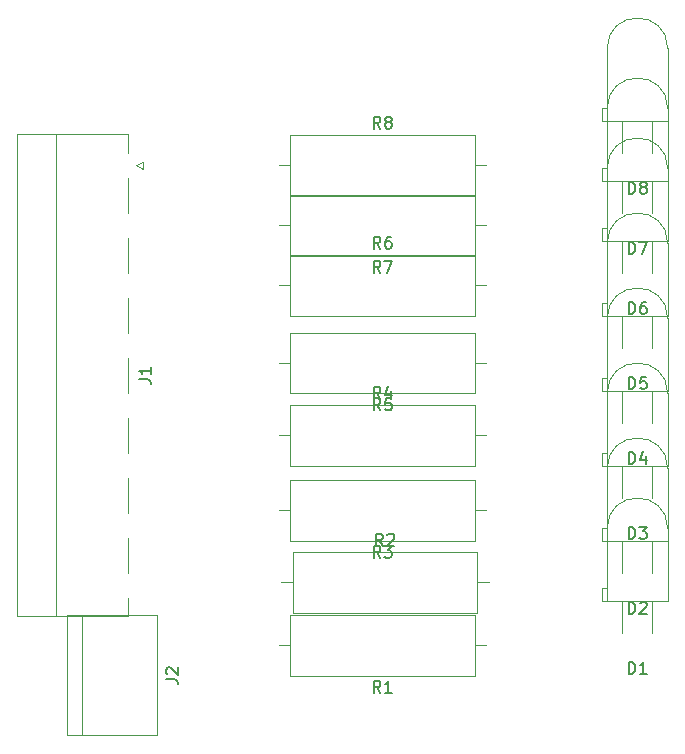
<source format=gto>
G04 #@! TF.GenerationSoftware,KiCad,Pcbnew,(5.1.2)-2*
G04 #@! TF.CreationDate,2019-08-22T14:59:00+07:00*
G04 #@! TF.ProjectId,led_testing,6c65645f-7465-4737-9469-6e672e6b6963,rev?*
G04 #@! TF.SameCoordinates,Original*
G04 #@! TF.FileFunction,Legend,Top*
G04 #@! TF.FilePolarity,Positive*
%FSLAX46Y46*%
G04 Gerber Fmt 4.6, Leading zero omitted, Abs format (unit mm)*
G04 Created by KiCad (PCBNEW (5.1.2)-2) date 2019-08-22 14:59:00*
%MOMM*%
%LPD*%
G04 APERTURE LIST*
%ADD10C,0.120000*%
%ADD11C,0.150000*%
G04 APERTURE END LIST*
D10*
X93980000Y-176720000D02*
X93980000Y-176720000D01*
X93980000Y-174050000D02*
X93980000Y-176720000D01*
X93980000Y-174050000D02*
X93980000Y-174050000D01*
X93980000Y-176720000D02*
X93980000Y-174050000D01*
X96520000Y-176720000D02*
X96520000Y-176720000D01*
X96520000Y-174050000D02*
X96520000Y-176720000D01*
X96520000Y-174050000D02*
X96520000Y-174050000D01*
X96520000Y-176720000D02*
X96520000Y-174050000D01*
X92690000Y-174050000D02*
X92290000Y-174050000D01*
X92690000Y-172930000D02*
X92690000Y-174050000D01*
X92290000Y-172930000D02*
X92690000Y-172930000D01*
X92290000Y-174050000D02*
X92290000Y-172930000D01*
X97810000Y-174050000D02*
X92690000Y-174050000D01*
X92690000Y-174050000D02*
X92690000Y-167890000D01*
X97810000Y-174050000D02*
X97810000Y-167890000D01*
X92690000Y-167890000D02*
G75*
G02X97810000Y-167890000I2560000J0D01*
G01*
X92690000Y-162810000D02*
G75*
G02X97810000Y-162810000I2560000J0D01*
G01*
X97810000Y-168970000D02*
X97810000Y-162810000D01*
X92690000Y-168970000D02*
X92690000Y-162810000D01*
X97810000Y-168970000D02*
X92690000Y-168970000D01*
X92290000Y-168970000D02*
X92290000Y-167850000D01*
X92290000Y-167850000D02*
X92690000Y-167850000D01*
X92690000Y-167850000D02*
X92690000Y-168970000D01*
X92690000Y-168970000D02*
X92290000Y-168970000D01*
X96520000Y-171640000D02*
X96520000Y-168970000D01*
X96520000Y-168970000D02*
X96520000Y-168970000D01*
X96520000Y-168970000D02*
X96520000Y-171640000D01*
X96520000Y-171640000D02*
X96520000Y-171640000D01*
X93980000Y-171640000D02*
X93980000Y-168970000D01*
X93980000Y-168970000D02*
X93980000Y-168970000D01*
X93980000Y-168970000D02*
X93980000Y-171640000D01*
X93980000Y-171640000D02*
X93980000Y-171640000D01*
X93980000Y-165290000D02*
X93980000Y-165290000D01*
X93980000Y-162620000D02*
X93980000Y-165290000D01*
X93980000Y-162620000D02*
X93980000Y-162620000D01*
X93980000Y-165290000D02*
X93980000Y-162620000D01*
X96520000Y-165290000D02*
X96520000Y-165290000D01*
X96520000Y-162620000D02*
X96520000Y-165290000D01*
X96520000Y-162620000D02*
X96520000Y-162620000D01*
X96520000Y-165290000D02*
X96520000Y-162620000D01*
X92690000Y-162620000D02*
X92290000Y-162620000D01*
X92690000Y-161500000D02*
X92690000Y-162620000D01*
X92290000Y-161500000D02*
X92690000Y-161500000D01*
X92290000Y-162620000D02*
X92290000Y-161500000D01*
X97810000Y-162620000D02*
X92690000Y-162620000D01*
X92690000Y-162620000D02*
X92690000Y-156460000D01*
X97810000Y-162620000D02*
X97810000Y-156460000D01*
X92690000Y-156460000D02*
G75*
G02X97810000Y-156460000I2560000J0D01*
G01*
X92690000Y-150110000D02*
G75*
G02X97810000Y-150110000I2560000J0D01*
G01*
X97810000Y-156270000D02*
X97810000Y-150110000D01*
X92690000Y-156270000D02*
X92690000Y-150110000D01*
X97810000Y-156270000D02*
X92690000Y-156270000D01*
X92290000Y-156270000D02*
X92290000Y-155150000D01*
X92290000Y-155150000D02*
X92690000Y-155150000D01*
X92690000Y-155150000D02*
X92690000Y-156270000D01*
X92690000Y-156270000D02*
X92290000Y-156270000D01*
X96520000Y-158940000D02*
X96520000Y-156270000D01*
X96520000Y-156270000D02*
X96520000Y-156270000D01*
X96520000Y-156270000D02*
X96520000Y-158940000D01*
X96520000Y-158940000D02*
X96520000Y-158940000D01*
X93980000Y-158940000D02*
X93980000Y-156270000D01*
X93980000Y-156270000D02*
X93980000Y-156270000D01*
X93980000Y-156270000D02*
X93980000Y-158940000D01*
X93980000Y-158940000D02*
X93980000Y-158940000D01*
X93980000Y-152590000D02*
X93980000Y-152590000D01*
X93980000Y-149920000D02*
X93980000Y-152590000D01*
X93980000Y-149920000D02*
X93980000Y-149920000D01*
X93980000Y-152590000D02*
X93980000Y-149920000D01*
X96520000Y-152590000D02*
X96520000Y-152590000D01*
X96520000Y-149920000D02*
X96520000Y-152590000D01*
X96520000Y-149920000D02*
X96520000Y-149920000D01*
X96520000Y-152590000D02*
X96520000Y-149920000D01*
X92690000Y-149920000D02*
X92290000Y-149920000D01*
X92690000Y-148800000D02*
X92690000Y-149920000D01*
X92290000Y-148800000D02*
X92690000Y-148800000D01*
X92290000Y-149920000D02*
X92290000Y-148800000D01*
X97810000Y-149920000D02*
X92690000Y-149920000D01*
X92690000Y-149920000D02*
X92690000Y-143760000D01*
X97810000Y-149920000D02*
X97810000Y-143760000D01*
X92690000Y-143760000D02*
G75*
G02X97810000Y-143760000I2560000J0D01*
G01*
X92690000Y-137410000D02*
G75*
G02X97810000Y-137410000I2560000J0D01*
G01*
X97810000Y-143570000D02*
X97810000Y-137410000D01*
X92690000Y-143570000D02*
X92690000Y-137410000D01*
X97810000Y-143570000D02*
X92690000Y-143570000D01*
X92290000Y-143570000D02*
X92290000Y-142450000D01*
X92290000Y-142450000D02*
X92690000Y-142450000D01*
X92690000Y-142450000D02*
X92690000Y-143570000D01*
X92690000Y-143570000D02*
X92290000Y-143570000D01*
X96520000Y-146240000D02*
X96520000Y-143570000D01*
X96520000Y-143570000D02*
X96520000Y-143570000D01*
X96520000Y-143570000D02*
X96520000Y-146240000D01*
X96520000Y-146240000D02*
X96520000Y-146240000D01*
X93980000Y-146240000D02*
X93980000Y-143570000D01*
X93980000Y-143570000D02*
X93980000Y-143570000D01*
X93980000Y-143570000D02*
X93980000Y-146240000D01*
X93980000Y-146240000D02*
X93980000Y-146240000D01*
X93980000Y-141160000D02*
X93980000Y-141160000D01*
X93980000Y-138490000D02*
X93980000Y-141160000D01*
X93980000Y-138490000D02*
X93980000Y-138490000D01*
X93980000Y-141160000D02*
X93980000Y-138490000D01*
X96520000Y-141160000D02*
X96520000Y-141160000D01*
X96520000Y-138490000D02*
X96520000Y-141160000D01*
X96520000Y-138490000D02*
X96520000Y-138490000D01*
X96520000Y-141160000D02*
X96520000Y-138490000D01*
X92690000Y-138490000D02*
X92290000Y-138490000D01*
X92690000Y-137370000D02*
X92690000Y-138490000D01*
X92290000Y-137370000D02*
X92690000Y-137370000D01*
X92290000Y-138490000D02*
X92290000Y-137370000D01*
X97810000Y-138490000D02*
X92690000Y-138490000D01*
X92690000Y-138490000D02*
X92690000Y-132330000D01*
X97810000Y-138490000D02*
X97810000Y-132330000D01*
X92690000Y-132330000D02*
G75*
G02X97810000Y-132330000I2560000J0D01*
G01*
X92690000Y-127250000D02*
G75*
G02X97810000Y-127250000I2560000J0D01*
G01*
X97810000Y-133410000D02*
X97810000Y-127250000D01*
X92690000Y-133410000D02*
X92690000Y-127250000D01*
X97810000Y-133410000D02*
X92690000Y-133410000D01*
X92290000Y-133410000D02*
X92290000Y-132290000D01*
X92290000Y-132290000D02*
X92690000Y-132290000D01*
X92690000Y-132290000D02*
X92690000Y-133410000D01*
X92690000Y-133410000D02*
X92290000Y-133410000D01*
X96520000Y-136080000D02*
X96520000Y-133410000D01*
X96520000Y-133410000D02*
X96520000Y-133410000D01*
X96520000Y-133410000D02*
X96520000Y-136080000D01*
X96520000Y-136080000D02*
X96520000Y-136080000D01*
X93980000Y-136080000D02*
X93980000Y-133410000D01*
X93980000Y-133410000D02*
X93980000Y-133410000D01*
X93980000Y-133410000D02*
X93980000Y-136080000D01*
X93980000Y-136080000D02*
X93980000Y-136080000D01*
X53400000Y-136860000D02*
X53400000Y-137460000D01*
X52800000Y-137160000D02*
X53400000Y-136860000D01*
X53400000Y-137460000D02*
X52800000Y-137160000D01*
X46000000Y-134540000D02*
X46000000Y-175340000D01*
X52080000Y-168690000D02*
X52080000Y-171670000D01*
X52080000Y-163610000D02*
X52080000Y-166590000D01*
X52080000Y-158530000D02*
X52080000Y-161510000D01*
X52080000Y-153450000D02*
X52080000Y-156430000D01*
X52080000Y-148370000D02*
X52080000Y-151350000D01*
X52080000Y-143290000D02*
X52080000Y-146270000D01*
X52080000Y-138210000D02*
X52080000Y-141190000D01*
X52080000Y-175340000D02*
X52080000Y-173770000D01*
X52080000Y-134540000D02*
X52080000Y-136110000D01*
X42720000Y-175340000D02*
X52080000Y-175340000D01*
X42720000Y-134540000D02*
X42720000Y-175340000D01*
X52080000Y-134540000D02*
X42720000Y-134540000D01*
X46990000Y-175260000D02*
X46990000Y-185420000D01*
X54610000Y-175260000D02*
X46990000Y-175260000D01*
X54610000Y-185420000D02*
X54610000Y-175260000D01*
X46990000Y-185420000D02*
X54610000Y-185420000D01*
X48260000Y-185420000D02*
X48260000Y-175260000D01*
X64880000Y-177800000D02*
X65850000Y-177800000D01*
X82440000Y-177800000D02*
X81470000Y-177800000D01*
X65850000Y-180360000D02*
X81470000Y-180360000D01*
X65850000Y-175240000D02*
X65850000Y-180360000D01*
X81470000Y-175240000D02*
X65850000Y-175240000D01*
X81470000Y-180360000D02*
X81470000Y-175240000D01*
X66055001Y-169905001D02*
X66055001Y-175025001D01*
X66055001Y-175025001D02*
X81675001Y-175025001D01*
X81675001Y-175025001D02*
X81675001Y-169905001D01*
X81675001Y-169905001D02*
X66055001Y-169905001D01*
X65085001Y-172465001D02*
X66055001Y-172465001D01*
X82645001Y-172465001D02*
X81675001Y-172465001D01*
X64880000Y-166370000D02*
X65850000Y-166370000D01*
X82440000Y-166370000D02*
X81470000Y-166370000D01*
X65850000Y-168930000D02*
X81470000Y-168930000D01*
X65850000Y-163810000D02*
X65850000Y-168930000D01*
X81470000Y-163810000D02*
X65850000Y-163810000D01*
X81470000Y-168930000D02*
X81470000Y-163810000D01*
X65850000Y-157460000D02*
X65850000Y-162580000D01*
X65850000Y-162580000D02*
X81470000Y-162580000D01*
X81470000Y-162580000D02*
X81470000Y-157460000D01*
X81470000Y-157460000D02*
X65850000Y-157460000D01*
X64880000Y-160020000D02*
X65850000Y-160020000D01*
X82440000Y-160020000D02*
X81470000Y-160020000D01*
X64880000Y-153885001D02*
X65850000Y-153885001D01*
X82440000Y-153885001D02*
X81470000Y-153885001D01*
X65850000Y-156445001D02*
X81470000Y-156445001D01*
X65850000Y-151325001D02*
X65850000Y-156445001D01*
X81470000Y-151325001D02*
X65850000Y-151325001D01*
X81470000Y-156445001D02*
X81470000Y-151325001D01*
X65850000Y-144760000D02*
X65850000Y-149880000D01*
X65850000Y-149880000D02*
X81470000Y-149880000D01*
X81470000Y-149880000D02*
X81470000Y-144760000D01*
X81470000Y-144760000D02*
X65850000Y-144760000D01*
X64880000Y-147320000D02*
X65850000Y-147320000D01*
X82440000Y-147320000D02*
X81470000Y-147320000D01*
X64880000Y-142240000D02*
X65850000Y-142240000D01*
X82440000Y-142240000D02*
X81470000Y-142240000D01*
X65850000Y-144800000D02*
X81470000Y-144800000D01*
X65850000Y-139680000D02*
X65850000Y-144800000D01*
X81470000Y-139680000D02*
X65850000Y-139680000D01*
X81470000Y-144800000D02*
X81470000Y-139680000D01*
X65850000Y-134600000D02*
X65850000Y-139720000D01*
X65850000Y-139720000D02*
X81470000Y-139720000D01*
X81470000Y-139720000D02*
X81470000Y-134600000D01*
X81470000Y-134600000D02*
X65850000Y-134600000D01*
X64880000Y-137160000D02*
X65850000Y-137160000D01*
X82440000Y-137160000D02*
X81470000Y-137160000D01*
D11*
X94511904Y-180212380D02*
X94511904Y-179212380D01*
X94750000Y-179212380D01*
X94892857Y-179260000D01*
X94988095Y-179355238D01*
X95035714Y-179450476D01*
X95083333Y-179640952D01*
X95083333Y-179783809D01*
X95035714Y-179974285D01*
X94988095Y-180069523D01*
X94892857Y-180164761D01*
X94750000Y-180212380D01*
X94511904Y-180212380D01*
X96035714Y-180212380D02*
X95464285Y-180212380D01*
X95750000Y-180212380D02*
X95750000Y-179212380D01*
X95654761Y-179355238D01*
X95559523Y-179450476D01*
X95464285Y-179498095D01*
X94511904Y-175132380D02*
X94511904Y-174132380D01*
X94750000Y-174132380D01*
X94892857Y-174180000D01*
X94988095Y-174275238D01*
X95035714Y-174370476D01*
X95083333Y-174560952D01*
X95083333Y-174703809D01*
X95035714Y-174894285D01*
X94988095Y-174989523D01*
X94892857Y-175084761D01*
X94750000Y-175132380D01*
X94511904Y-175132380D01*
X95464285Y-174227619D02*
X95511904Y-174180000D01*
X95607142Y-174132380D01*
X95845238Y-174132380D01*
X95940476Y-174180000D01*
X95988095Y-174227619D01*
X96035714Y-174322857D01*
X96035714Y-174418095D01*
X95988095Y-174560952D01*
X95416666Y-175132380D01*
X96035714Y-175132380D01*
X94511904Y-168782380D02*
X94511904Y-167782380D01*
X94750000Y-167782380D01*
X94892857Y-167830000D01*
X94988095Y-167925238D01*
X95035714Y-168020476D01*
X95083333Y-168210952D01*
X95083333Y-168353809D01*
X95035714Y-168544285D01*
X94988095Y-168639523D01*
X94892857Y-168734761D01*
X94750000Y-168782380D01*
X94511904Y-168782380D01*
X95416666Y-167782380D02*
X96035714Y-167782380D01*
X95702380Y-168163333D01*
X95845238Y-168163333D01*
X95940476Y-168210952D01*
X95988095Y-168258571D01*
X96035714Y-168353809D01*
X96035714Y-168591904D01*
X95988095Y-168687142D01*
X95940476Y-168734761D01*
X95845238Y-168782380D01*
X95559523Y-168782380D01*
X95464285Y-168734761D01*
X95416666Y-168687142D01*
X94511904Y-162432380D02*
X94511904Y-161432380D01*
X94750000Y-161432380D01*
X94892857Y-161480000D01*
X94988095Y-161575238D01*
X95035714Y-161670476D01*
X95083333Y-161860952D01*
X95083333Y-162003809D01*
X95035714Y-162194285D01*
X94988095Y-162289523D01*
X94892857Y-162384761D01*
X94750000Y-162432380D01*
X94511904Y-162432380D01*
X95940476Y-161765714D02*
X95940476Y-162432380D01*
X95702380Y-161384761D02*
X95464285Y-162099047D01*
X96083333Y-162099047D01*
X94511904Y-156082380D02*
X94511904Y-155082380D01*
X94750000Y-155082380D01*
X94892857Y-155130000D01*
X94988095Y-155225238D01*
X95035714Y-155320476D01*
X95083333Y-155510952D01*
X95083333Y-155653809D01*
X95035714Y-155844285D01*
X94988095Y-155939523D01*
X94892857Y-156034761D01*
X94750000Y-156082380D01*
X94511904Y-156082380D01*
X95988095Y-155082380D02*
X95511904Y-155082380D01*
X95464285Y-155558571D01*
X95511904Y-155510952D01*
X95607142Y-155463333D01*
X95845238Y-155463333D01*
X95940476Y-155510952D01*
X95988095Y-155558571D01*
X96035714Y-155653809D01*
X96035714Y-155891904D01*
X95988095Y-155987142D01*
X95940476Y-156034761D01*
X95845238Y-156082380D01*
X95607142Y-156082380D01*
X95511904Y-156034761D01*
X95464285Y-155987142D01*
X94511904Y-149732380D02*
X94511904Y-148732380D01*
X94750000Y-148732380D01*
X94892857Y-148780000D01*
X94988095Y-148875238D01*
X95035714Y-148970476D01*
X95083333Y-149160952D01*
X95083333Y-149303809D01*
X95035714Y-149494285D01*
X94988095Y-149589523D01*
X94892857Y-149684761D01*
X94750000Y-149732380D01*
X94511904Y-149732380D01*
X95940476Y-148732380D02*
X95750000Y-148732380D01*
X95654761Y-148780000D01*
X95607142Y-148827619D01*
X95511904Y-148970476D01*
X95464285Y-149160952D01*
X95464285Y-149541904D01*
X95511904Y-149637142D01*
X95559523Y-149684761D01*
X95654761Y-149732380D01*
X95845238Y-149732380D01*
X95940476Y-149684761D01*
X95988095Y-149637142D01*
X96035714Y-149541904D01*
X96035714Y-149303809D01*
X95988095Y-149208571D01*
X95940476Y-149160952D01*
X95845238Y-149113333D01*
X95654761Y-149113333D01*
X95559523Y-149160952D01*
X95511904Y-149208571D01*
X95464285Y-149303809D01*
X94511904Y-144652380D02*
X94511904Y-143652380D01*
X94750000Y-143652380D01*
X94892857Y-143700000D01*
X94988095Y-143795238D01*
X95035714Y-143890476D01*
X95083333Y-144080952D01*
X95083333Y-144223809D01*
X95035714Y-144414285D01*
X94988095Y-144509523D01*
X94892857Y-144604761D01*
X94750000Y-144652380D01*
X94511904Y-144652380D01*
X95416666Y-143652380D02*
X96083333Y-143652380D01*
X95654761Y-144652380D01*
X94511904Y-139572380D02*
X94511904Y-138572380D01*
X94750000Y-138572380D01*
X94892857Y-138620000D01*
X94988095Y-138715238D01*
X95035714Y-138810476D01*
X95083333Y-139000952D01*
X95083333Y-139143809D01*
X95035714Y-139334285D01*
X94988095Y-139429523D01*
X94892857Y-139524761D01*
X94750000Y-139572380D01*
X94511904Y-139572380D01*
X95654761Y-139000952D02*
X95559523Y-138953333D01*
X95511904Y-138905714D01*
X95464285Y-138810476D01*
X95464285Y-138762857D01*
X95511904Y-138667619D01*
X95559523Y-138620000D01*
X95654761Y-138572380D01*
X95845238Y-138572380D01*
X95940476Y-138620000D01*
X95988095Y-138667619D01*
X96035714Y-138762857D01*
X96035714Y-138810476D01*
X95988095Y-138905714D01*
X95940476Y-138953333D01*
X95845238Y-139000952D01*
X95654761Y-139000952D01*
X95559523Y-139048571D01*
X95511904Y-139096190D01*
X95464285Y-139191428D01*
X95464285Y-139381904D01*
X95511904Y-139477142D01*
X95559523Y-139524761D01*
X95654761Y-139572380D01*
X95845238Y-139572380D01*
X95940476Y-139524761D01*
X95988095Y-139477142D01*
X96035714Y-139381904D01*
X96035714Y-139191428D01*
X95988095Y-139096190D01*
X95940476Y-139048571D01*
X95845238Y-139000952D01*
X53052380Y-155273333D02*
X53766666Y-155273333D01*
X53909523Y-155320952D01*
X54004761Y-155416190D01*
X54052380Y-155559047D01*
X54052380Y-155654285D01*
X54052380Y-154273333D02*
X54052380Y-154844761D01*
X54052380Y-154559047D02*
X53052380Y-154559047D01*
X53195238Y-154654285D01*
X53290476Y-154749523D01*
X53338095Y-154844761D01*
X55332380Y-180673333D02*
X56046666Y-180673333D01*
X56189523Y-180720952D01*
X56284761Y-180816190D01*
X56332380Y-180959047D01*
X56332380Y-181054285D01*
X55427619Y-180244761D02*
X55380000Y-180197142D01*
X55332380Y-180101904D01*
X55332380Y-179863809D01*
X55380000Y-179768571D01*
X55427619Y-179720952D01*
X55522857Y-179673333D01*
X55618095Y-179673333D01*
X55760952Y-179720952D01*
X56332380Y-180292380D01*
X56332380Y-179673333D01*
X73493333Y-181812380D02*
X73160000Y-181336190D01*
X72921904Y-181812380D02*
X72921904Y-180812380D01*
X73302857Y-180812380D01*
X73398095Y-180860000D01*
X73445714Y-180907619D01*
X73493333Y-181002857D01*
X73493333Y-181145714D01*
X73445714Y-181240952D01*
X73398095Y-181288571D01*
X73302857Y-181336190D01*
X72921904Y-181336190D01*
X74445714Y-181812380D02*
X73874285Y-181812380D01*
X74160000Y-181812380D02*
X74160000Y-180812380D01*
X74064761Y-180955238D01*
X73969523Y-181050476D01*
X73874285Y-181098095D01*
X73698334Y-169357381D02*
X73365001Y-168881191D01*
X73126905Y-169357381D02*
X73126905Y-168357381D01*
X73507858Y-168357381D01*
X73603096Y-168405001D01*
X73650715Y-168452620D01*
X73698334Y-168547858D01*
X73698334Y-168690715D01*
X73650715Y-168785953D01*
X73603096Y-168833572D01*
X73507858Y-168881191D01*
X73126905Y-168881191D01*
X74079286Y-168452620D02*
X74126905Y-168405001D01*
X74222143Y-168357381D01*
X74460239Y-168357381D01*
X74555477Y-168405001D01*
X74603096Y-168452620D01*
X74650715Y-168547858D01*
X74650715Y-168643096D01*
X74603096Y-168785953D01*
X74031667Y-169357381D01*
X74650715Y-169357381D01*
X73493333Y-170382380D02*
X73160000Y-169906190D01*
X72921904Y-170382380D02*
X72921904Y-169382380D01*
X73302857Y-169382380D01*
X73398095Y-169430000D01*
X73445714Y-169477619D01*
X73493333Y-169572857D01*
X73493333Y-169715714D01*
X73445714Y-169810952D01*
X73398095Y-169858571D01*
X73302857Y-169906190D01*
X72921904Y-169906190D01*
X73826666Y-169382380D02*
X74445714Y-169382380D01*
X74112380Y-169763333D01*
X74255238Y-169763333D01*
X74350476Y-169810952D01*
X74398095Y-169858571D01*
X74445714Y-169953809D01*
X74445714Y-170191904D01*
X74398095Y-170287142D01*
X74350476Y-170334761D01*
X74255238Y-170382380D01*
X73969523Y-170382380D01*
X73874285Y-170334761D01*
X73826666Y-170287142D01*
X73493333Y-156912380D02*
X73160000Y-156436190D01*
X72921904Y-156912380D02*
X72921904Y-155912380D01*
X73302857Y-155912380D01*
X73398095Y-155960000D01*
X73445714Y-156007619D01*
X73493333Y-156102857D01*
X73493333Y-156245714D01*
X73445714Y-156340952D01*
X73398095Y-156388571D01*
X73302857Y-156436190D01*
X72921904Y-156436190D01*
X74350476Y-156245714D02*
X74350476Y-156912380D01*
X74112380Y-155864761D02*
X73874285Y-156579047D01*
X74493333Y-156579047D01*
X73493333Y-157897381D02*
X73160000Y-157421191D01*
X72921904Y-157897381D02*
X72921904Y-156897381D01*
X73302857Y-156897381D01*
X73398095Y-156945001D01*
X73445714Y-156992620D01*
X73493333Y-157087858D01*
X73493333Y-157230715D01*
X73445714Y-157325953D01*
X73398095Y-157373572D01*
X73302857Y-157421191D01*
X72921904Y-157421191D01*
X74398095Y-156897381D02*
X73921904Y-156897381D01*
X73874285Y-157373572D01*
X73921904Y-157325953D01*
X74017142Y-157278334D01*
X74255238Y-157278334D01*
X74350476Y-157325953D01*
X74398095Y-157373572D01*
X74445714Y-157468810D01*
X74445714Y-157706905D01*
X74398095Y-157802143D01*
X74350476Y-157849762D01*
X74255238Y-157897381D01*
X74017142Y-157897381D01*
X73921904Y-157849762D01*
X73874285Y-157802143D01*
X73493333Y-144212380D02*
X73160000Y-143736190D01*
X72921904Y-144212380D02*
X72921904Y-143212380D01*
X73302857Y-143212380D01*
X73398095Y-143260000D01*
X73445714Y-143307619D01*
X73493333Y-143402857D01*
X73493333Y-143545714D01*
X73445714Y-143640952D01*
X73398095Y-143688571D01*
X73302857Y-143736190D01*
X72921904Y-143736190D01*
X74350476Y-143212380D02*
X74160000Y-143212380D01*
X74064761Y-143260000D01*
X74017142Y-143307619D01*
X73921904Y-143450476D01*
X73874285Y-143640952D01*
X73874285Y-144021904D01*
X73921904Y-144117142D01*
X73969523Y-144164761D01*
X74064761Y-144212380D01*
X74255238Y-144212380D01*
X74350476Y-144164761D01*
X74398095Y-144117142D01*
X74445714Y-144021904D01*
X74445714Y-143783809D01*
X74398095Y-143688571D01*
X74350476Y-143640952D01*
X74255238Y-143593333D01*
X74064761Y-143593333D01*
X73969523Y-143640952D01*
X73921904Y-143688571D01*
X73874285Y-143783809D01*
X73493333Y-146252380D02*
X73160000Y-145776190D01*
X72921904Y-146252380D02*
X72921904Y-145252380D01*
X73302857Y-145252380D01*
X73398095Y-145300000D01*
X73445714Y-145347619D01*
X73493333Y-145442857D01*
X73493333Y-145585714D01*
X73445714Y-145680952D01*
X73398095Y-145728571D01*
X73302857Y-145776190D01*
X72921904Y-145776190D01*
X73826666Y-145252380D02*
X74493333Y-145252380D01*
X74064761Y-146252380D01*
X73493333Y-134052380D02*
X73160000Y-133576190D01*
X72921904Y-134052380D02*
X72921904Y-133052380D01*
X73302857Y-133052380D01*
X73398095Y-133100000D01*
X73445714Y-133147619D01*
X73493333Y-133242857D01*
X73493333Y-133385714D01*
X73445714Y-133480952D01*
X73398095Y-133528571D01*
X73302857Y-133576190D01*
X72921904Y-133576190D01*
X74064761Y-133480952D02*
X73969523Y-133433333D01*
X73921904Y-133385714D01*
X73874285Y-133290476D01*
X73874285Y-133242857D01*
X73921904Y-133147619D01*
X73969523Y-133100000D01*
X74064761Y-133052380D01*
X74255238Y-133052380D01*
X74350476Y-133100000D01*
X74398095Y-133147619D01*
X74445714Y-133242857D01*
X74445714Y-133290476D01*
X74398095Y-133385714D01*
X74350476Y-133433333D01*
X74255238Y-133480952D01*
X74064761Y-133480952D01*
X73969523Y-133528571D01*
X73921904Y-133576190D01*
X73874285Y-133671428D01*
X73874285Y-133861904D01*
X73921904Y-133957142D01*
X73969523Y-134004761D01*
X74064761Y-134052380D01*
X74255238Y-134052380D01*
X74350476Y-134004761D01*
X74398095Y-133957142D01*
X74445714Y-133861904D01*
X74445714Y-133671428D01*
X74398095Y-133576190D01*
X74350476Y-133528571D01*
X74255238Y-133480952D01*
M02*

</source>
